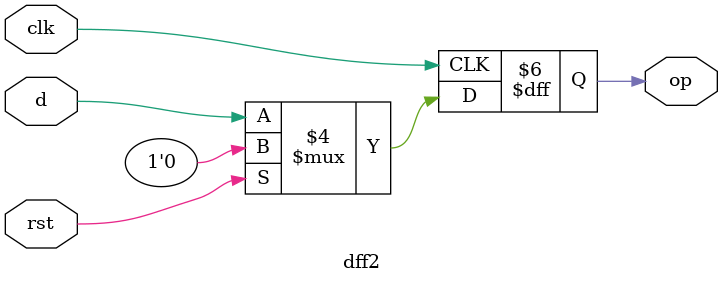
<source format=v>
module dff2 (output reg op, input d,clk,rst);
always@(posedge clk)
begin
if (rst==1'b1) 
op<=1'b0;
else
op<=d;
end
endmodule
</source>
